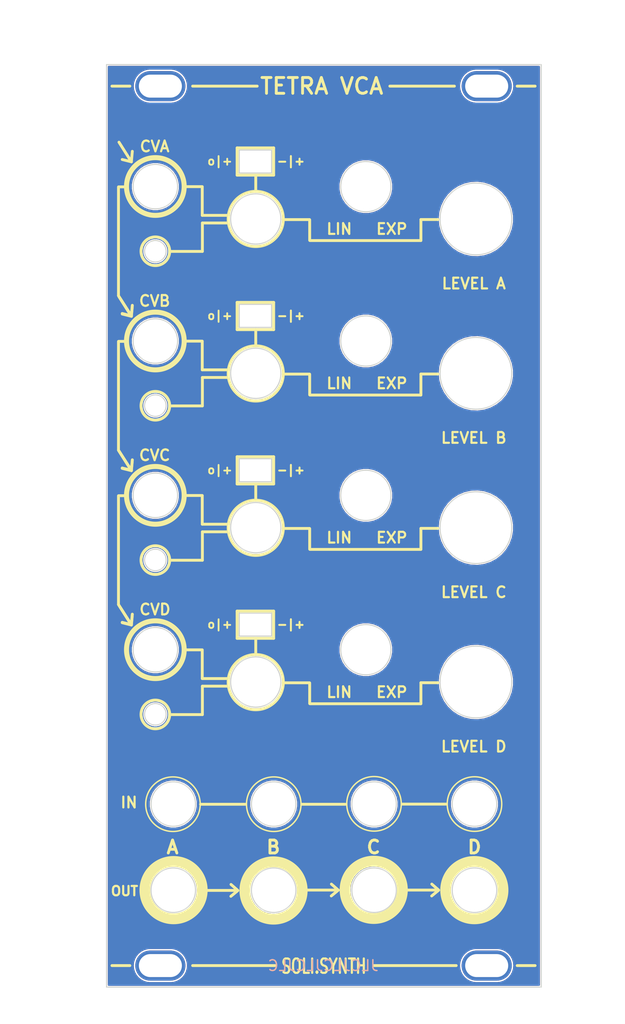
<source format=kicad_pcb>
(kicad_pcb (version 20211014) (generator pcbnew)
  (layers (0 "F.Cu" signal) (31 "B.Cu" signal) (34 "B.Paste" user) (35 "F.Paste" user) (36 "B.SilkS" user "B.Silkscreen") (37 "F.SilkS" user "F.Silkscreen") (38 "B.Mask" user) (39 "F.Mask" user) (44 "Edge.Cuts" user))
  (net 0 "")
  (footprint "MyLib:eurorack_screw_hole" (layer "F.Cu") (at 77.3 155.5)
    (fp_text reference "REF**" hide)
    (fp_text value "eurorack_screw_hole")
    (pad "1" thru_hole oval locked (at 0 0) (size 7 4.2) (drill oval 6 3.2) (layers *.Cu *.Mask))
  )
  (footprint "MyLib:eurorack_screw_hole" (layer "F.Cu") (at 122.8 155.5)
    (fp_text reference "REF**" hide)
    (fp_text value "eurorack_screw_hole")
    (pad "1" thru_hole oval locked (at 0 0) (size 7 4.2) (drill oval 6 3.2) (layers *.Cu *.Mask))
  )
  (footprint "MyLib:eurorack_screw_hole" (layer "F.Cu") (at 122.8 33)
    (fp_text reference "REF**" hide)
    (fp_text value "eurorack_screw_hole")
    (pad "1" thru_hole oval locked (at 0 0) (size 7 4.2) (drill oval 6 3.2) (layers *.Cu *.Mask))
  )
  (footprint "MyLib:eurorack_screw_hole" (layer "F.Cu") (at 77.3 33)
    (fp_text reference "REF**" hide)
    (fp_text value "eurorack_screw_hole")
    (pad "1" thru_hole oval locked (at 0 0) (size 7 4.2) (drill oval 6 3.2) (layers *.Cu *.Mask))
  )
  (gr_line (start 113.63 51.58) (end 113.63 54.51) (layer "F.SilkS") (width 0.4))
  (gr_line (start 113.63 51.58) (end 116 51.58) (layer "F.SilkS") (width 0.4))
  (gr_line (start 83.14 51) (end 86.82 51) (layer "F.SilkS") (width 0.4))
  (gr_line (start 83.16 52.06) (end 86.79 52.06) (layer "F.SilkS") (width 0.4))
  (gr_line (start 71.46 62.19) (end 73.26 64.99) (layer "F.SilkS") (width 0.4))
  (gr_line (start 73.26 64.99) (end 71.98 64.67) (layer "F.SilkS") (width 0.4))
  (gr_line (start 73.26 64.99) (end 73.39 63.53) (layer "F.SilkS") (width 0.4))
  (gr_line (start 71.47 47.03) (end 72.5 47.03) (layer "F.SilkS") (width 0.4))
  (gr_line (start 111 133.01) (end 117.2 133.01) (layer "F.SilkS") (width 0.4))
  (gr_circle (center 93.11 133.02) (end 96.91 133.02) (layer "F.SilkS") (width 0.2) (fill none))
  (gr_circle (center 107.09 132.97) (end 110.89 132.97) (layer "F.SilkS") (width 0.2) (fill none))
  (gr_circle (center 121.1 133) (end 124.9 133) (layer "F.SilkS") (width 0.2) (fill none))
  (gr_circle (center 79.14 144.99) (end 83.14 144.99) (layer "F.SilkS") (width 1.5) (fill none))
  (gr_circle (center 93.08 145.04) (end 97.08 145.04) (layer "F.SilkS") (width 1.5) (fill none))
  (gr_circle (center 107.05 144.95) (end 111.05 144.95) (layer "F.SilkS") (width 1.5) (fill none))
  (gr_circle (center 121.08 144.99) (end 125.08 144.99) (layer "F.SilkS") (width 1.5) (fill none))
  (gr_circle (center 90.6 51.5) (end 94.448376 51.5) (layer "F.SilkS") (width 0.4) (fill none))
  (gr_circle (center 76.6 56) (end 78.6 56) (layer "F.SilkS") (width 0.4) (fill none))
  (gr_circle (center 79.053752 133.02) (end 82.853752 133.02) (layer "F.SilkS") (width 0.2) (fill none))
  (gr_line (start 88 109.91995) (end 88 106.11995) (layer "F.SilkS") (width 0.4))
  (gr_line (start 93.1 109.91995) (end 88 109.91995) (layer "F.SilkS") (width 0.4))
  (gr_line (start 93.1 106.11995) (end 93.1 109.91995) (layer "F.SilkS") (width 0.4))
  (gr_line (start 88 106.11995) (end 93.1 106.11995) (layer "F.SilkS") (width 0.4))
  (gr_circle (center 76.6 120.51995) (end 78.6 120.51995) (layer "F.SilkS") (width 0.4) (fill none))
  (gr_circle (center 90.6 116.01995) (end 94.448376 116.01995) (layer "F.SilkS") (width 0.4) (fill none))
  (gr_line (start 71.47 90.04995) (end 72.5 90.04995) (layer "F.SilkS") (width 0.4))
  (gr_line (start 71.46 105.20995) (end 71.46 90.08995) (layer "F.SilkS") (width 0.4))
  (gr_line (start 73.26 108.05995) (end 73.39 106.59995) (layer "F.SilkS") (width 0.4))
  (gr_line (start 71.53 105.32995) (end 73.26 108.05995) (layer "F.SilkS") (width 0.4))
  (gr_line (start 83.16 120.53995) (end 83.16 116.57995) (layer "F.SilkS") (width 0.4))
  (gr_line (start 73.26 108.00995) (end 73.39 106.54995) (layer "F.SilkS") (width 0.4))
  (gr_line (start 71.46 105.20995) (end 73.26 108.00995) (layer "F.SilkS") (width 0.4))
  (gr_line (start 73.26 108.00995) (end 71.98 107.68995) (layer "F.SilkS") (width 0.4))
  (gr_line (start 90.6 109.91995) (end 90.6 112.18995) (layer "F.SilkS") (width 0.4))
  (gr_line (start 83.16 116.57995) (end 86.79 116.57995) (layer "F.SilkS") (width 0.4))
  (gr_line (start 83.14 115.51995) (end 86.82 115.51995) (layer "F.SilkS") (width 0.4))
  (gr_line (start 113.63 116.09995) (end 116 116.09995) (layer "F.SilkS") (width 0.4))
  (gr_line (start 113.63 116.09995) (end 113.63 119.02995) (layer "F.SilkS") (width 0.4))
  (gr_line (start 98.16 119.02995) (end 113.6 119.02995) (layer "F.SilkS") (width 0.4))
  (gr_line (start 98.12 116.13995) (end 98.12 118.99995) (layer "F.SilkS") (width 0.4))
  (gr_line (start 94.42 116.10995) (end 98.1 116.10995) (layer "F.SilkS") (width 0.4))
  (gr_line (start 73.26 108.05995) (end 71.98 107.73995) (layer "F.SilkS") (width 0.4))
  (gr_line (start 78.7 120.53995) (end 83.16 120.53995) (layer "F.SilkS") (width 0.4))
  (gr_line (start 83.14 111.55995) (end 83.14 115.51995) (layer "F.SilkS") (width 0.4))
  (gr_line (start 80.7 111.51995) (end 83.14 111.51995) (layer "F.SilkS") (width 0.4))
  (gr_circle (center 76.6 111.5) (end 80.61995 111.5) (layer "F.SilkS") (width 0.7) (fill none))
  (gr_line (start 109.3 33) (end 118.3 33) (layer "F.SilkS") (width 0.4))
  (gr_line (start 127.05 33) (end 129.55 33) (layer "F.SilkS") (width 0.4))
  (gr_line (start 70.55 33) (end 73.05 33) (layer "F.SilkS") (width 0.4))
  (gr_line (start 107.05 155.5) (end 118.55 155.5) (layer "F.SilkS") (width 0.4))
  (gr_line (start 81.8 155.5) (end 93.3 155.5) (layer "F.SilkS") (width 0.4))
  (gr_line (start 127.05 155.5) (end 129.55 155.5) (layer "F.SilkS") (width 0.4))
  (gr_line (start 70.55 155.5) (end 73.05 155.5) (layer "F.SilkS") (width 0.4))
  (gr_line (start 116.1 145) (end 115.13 145.8) (layer "F.SilkS") (width 0.4))
  (gr_line (start 116.1 144.98) (end 115.15 144.15) (layer "F.SilkS") (width 0.4))
  (gr_line (start 111 144.98) (end 115.8 144.98) (layer "F.SilkS") (width 0.4))
  (gr_line (start 98.12 51.62) (end 98.12 54.48) (layer "F.SilkS") (width 0.4))
  (gr_line (start 94.42 94.60995) (end 98.1 94.60995) (layer "F.SilkS") (width 0.4))
  (gr_line (start 93.1 63.11995) (end 93.1 66.91995) (layer "F.SilkS") (width 0.4))
  (gr_line (start 83.16 73.57995) (end 86.79 73.57995) (layer "F.SilkS") (width 0.4))
  (gr_line (start 73.26 86.50995) (end 73.39 85.04995) (layer "F.SilkS") (width 0.4))
  (gr_line (start 98.16 97.52995) (end 113.6 97.52995) (layer "F.SilkS") (width 0.4))
  (gr_line (start 93.1 45.4) (end 88 45.4) (layer "F.SilkS") (width 0.4))
  (gr_line (start 83.14 72.51995) (end 86.82 72.51995) (layer "F.SilkS") (width 0.4))
  (gr_line (start 98.16 54.51) (end 113.6 54.51) (layer "F.SilkS") (width 0.4))
  (gr_line (start 83.14 47.04) (end 83.14 51) (layer "F.SilkS") (width 0.4))
  (gr_line (start 98.12 94.63995) (end 98.12 97.49995) (layer "F.SilkS") (width 0.4))
  (gr_line (start 113.63 73.09995) (end 116 73.1) (layer "F.SilkS") (width 0.4))
  (gr_line (start 90.6 88.41995) (end 90.6 90.68995) (layer "F.SilkS") (width 0.4))
  (gr_line (start 71.46 62.19) (end 71.46 47.07) (layer "F.SilkS") (width 0.4))
  (gr_line (start 88 41.6) (end 93.1 41.6) (layer "F.SilkS") (width 0.4))
  (gr_line (start 71.53 83.82995) (end 73.26 86.55995) (layer "F.SilkS") (width 0.4))
  (gr_line (start 73.26 65.05995) (end 71.98 64.73995) (layer "F.SilkS") (width 0.4))
  (gr_line (start 98.12 73.13995) (end 98.12 75.99995) (layer "F.SilkS") (width 0.4))
  (gr_circle (center 76.6 90) (end 80.61995 90) (layer "F.SilkS") (width 0.7) (fill none))
  (gr_circle (center 76.6 99.01995) (end 78.6 99.01995) (layer "F.SilkS") (width 0.4) (fill none))
  (gr_circle (center 76.6 77.51995) (end 78.6 77.51995) (layer "F.SilkS") (width 0.4) (fill none))
  (gr_line (start 88 66.91995) (end 88 63.11995) (layer "F.SilkS") (width 0.4))
  (gr_circle (center 76.6 68.5) (end 80.61995 68.5) (layer "F.SilkS") (width 0.7) (fill none))
  (gr_line (start 83.16 95.07995) (end 86.79 95.07995) (layer "F.SilkS") (width 0.4))
  (gr_circle (center 76.6 46.98005) (end 80.61995 46.98005) (layer "F.SilkS") (width 0.7) (fill none))
  (gr_line (start 71.46 83.70995) (end 73.26 86.50995) (layer "F.SilkS") (width 0.4))
  (gr_line (start 88 45.4) (end 88 41.6) (layer "F.SilkS") (width 0.4))
  (gr_line (start 83.14 90.05995) (end 83.14 94.01995) (layer "F.SilkS") (width 0.4))
  (gr_line (start 97 144.98) (end 101.8 144.98) (layer "F.SilkS") (width 0.4))
  (gr_line (start 71.46 83.70995) (end 71.46 68.58995) (layer "F.SilkS") (width 0.4))
  (gr_line (start 94.42 73.10995) (end 98.1 73.10995) (layer "F.SilkS") (width 0.4))
  (gr_line (start 78.7 99.03995) (end 83.16 99.03995) (layer "F.SilkS") (width 0.4))
  (gr_line (start 73.26 43.54) (end 71.98 43.22) (layer "F.SilkS") (width 0.4))
  (gr_line (start 88.1 145.03) (end 87.15 144.2) (layer "F.SilkS") (width 0.4))
  (gr_line (start 71.47 68.54995) (end 72.5 68.54995) (layer "F.SilkS") (width 0.4))
  (gr_circle (center 90.6 94.51995) (end 94.448376 94.51995) (layer "F.SilkS") (width 0.4) (fill none))
  (gr_line (start 80.7 68.51995) (end 83.14 68.51995) (layer "F.SilkS") (width 0.4))
  (gr_line (start 93.1 66.91995) (end 88 66.91995) (layer "F.SilkS") (width 0.4))
  (gr_line (start 113.63 94.59995) (end 116 94.59995) (layer "F.SilkS") (width 0.4))
  (gr_circle (center 90.6 73.01995) (end 94.448376 73.01995) (layer "F.SilkS") (width 0.4) (fill none))
  (gr_line (start 88 88.41995) (end 88 84.61995) (layer "F.SilkS") (width 0.4))
  (gr_line (start 80.7 47) (end 83.14 47) (layer "F.SilkS") (width 0.4))
  (gr_line (start 113.63 73.09995) (end 113.63 76.02995) (layer "F.SilkS") (width 0.4))
  (gr_line (start 83.16 99.03995) (end 83.16 95.07995) (layer "F.SilkS") (width 0.4))
  (gr_line (start 71.53 62.32995) (end 73.26 65.05995) (layer "F.SilkS") (width 0.4))
  (gr_line (start 83.16 77.53995) (end 83.16 73.57995) (layer "F.SilkS") (width 0.4))
  (gr_line (start 73.26 86.55995) (end 71.98 86.23995) (layer "F.SilkS") (width 0.4))
  (gr_line (start 81.8 33) (end 90.8 33) (layer "F.SilkS") (width 0.4))
  (gr_line (start 102.1 145) (end 101.13 145.8) (layer "F.SilkS") (width 0.4))
  (gr_line (start 97 133.03) (end 103.1 133.03) (layer "F.SilkS") (width 0.4))
  (gr_line (start 78.7 56.02) (end 83.16 56.02) (layer "F.SilkS") (width 0.4))
  (gr_line (start 82.9 133.03) (end 89.2 133.03) (layer "F.SilkS") (width 0.4))
  (gr_line (start 73.26 43.54) (end 73.39 42.08) (layer "F.SilkS") (width 0.4))
  (gr_line (start 90.6 66.91995) (end 90.6 69.18995) (layer "F.SilkS") (width 0.4))
  (gr_line (start 93.1 84.61995) (end 93.1 88.41995) (layer "F.SilkS") (width 0.4))
  (gr_line (start 80.7 90.01995) (end 83.14 90.01995) (layer "F.SilkS") (width 0.4))
  (gr_line (start 83 145.03) (end 87.8 145.03) (layer "F.SilkS") (width 0.4))
  (gr_line (start 78.7 77.53995) (end 83.16 77.53995) (layer "F.SilkS") (width 0.4))
  (gr_line (start 102.1 144.98) (end 101.15 144.15) (layer "F.SilkS") (width 0.4))
  (gr_line (start 88.1 145.05) (end 87.13 145.85) (layer "F.SilkS") (width 0.4))
  (gr_line (start 73.26 86.50995) (end 71.98 86.18995) (layer "F.SilkS") (width 0.4))
  (gr_line (start 71.53 40.81) (end 73.26 43.54) (layer "F.SilkS") (width 0.4))
  (gr_line (start 88 84.61995) (end 93.1 84.61995) (layer "F.SilkS") (width 0.4))
  (gr_line (start 93.1 41.6) (end 93.1 45.4) (layer "F.SilkS") (width 0.4))
  (gr_line (start 73.26 65.05995) (end 73.39 63.59995) (layer "F.SilkS") (width 0.4))
  (gr_line (start 83.14 68.55995) (end 83.14 72.51995) (layer "F.SilkS") (width 0.4))
  (gr_line (start 83.14 94.01995) (end 86.82 94.01995) (layer "F.SilkS") (width 0.4))
  (gr_line (start 88 63.11995) (end 93.1 63.11995) (layer "F.SilkS") (width 0.4))
  (gr_line (start 93.1 88.41995) (end 88 88.41995) (layer "F.SilkS") (width 0.4))
  (gr_line (start 94.42 51.59) (end 98.1 51.59) (layer "F.SilkS") (width 0.4))
  (gr_line (start 90.6 45.4) (end 90.6 47.67) (layer "F.SilkS") (width 0.4))
  (gr_line (start 73.26 86.55995) (end 73.39 85.09995) (layer "F.SilkS") (width 0.4))
  (gr_line (start 113.63 94.59995) (end 113.63 97.52995) (layer "F.SilkS") (width 0.4))
  (gr_line (start 83.16 56.02) (end 83.16 52.06) (layer "F.SilkS") (width 0.4))
  (gr_line (start 98.16 76.02995) (end 113.6 76.02995) (layer "F.SilkS") (width 0.4))
  (gr_line (start 130.4 30) (end 130.4 158.5) (layer "Edge.Cuts") (width 0.15))
  (gr_line (start 69.8 158.5) (end 130.4 158.5) (layer "Edge.Cuts") (width 0.15))
  (gr_circle (center 76.6 90) (end 79.7 90) (layer "Edge.Cuts") (width 0.15) (fill none))
  (gr_circle (center 76.6 111.5) (end 79.7 111.5) (layer "Edge.Cuts") (width 0.15) (fill none))
  (gr_circle (center 90.6 51.5) (end 94.1 51.5) (layer "Edge.Cuts") (width 0.15) (fill none))
  (gr_circle (center 121.3 51.5) (end 126.3 51.5) (layer "Edge.Cuts") (width 0.15) (fill none))
  (gr_circle (center 105.95 47) (end 109.45 47) (layer "Edge.Cuts") (width 0.15) (fill none))
  (gr_circle (center 90.6 94.5) (end 94.1 94.5) (layer "Edge.Cuts") (width 0.15) (fill none))
  (gr_circle (center 121.3 94.5) (end 126.3 94.5) (layer "Edge.Cuts") (width 0.15) (fill none))
  (gr_circle (center 121.3 116) (end 126.3 116) (layer "Edge.Cuts") (width 0.15) (fill none))
  (gr_circle (center 105.95 90) (end 109.45 90) (layer "Edge.Cuts") (width 0.15) (fill none))
  (gr_circle (center 105.95 111.5) (end 109.45 111.5) (layer "Edge.Cuts") (width 0.15) (fill none))
  (gr_circle (center 79.1 145) (end 82.2 145) (layer "Edge.Cuts") (width 0.15) (fill none))
  (gr_circle (center 93.1 145) (end 96.2 145) (layer "Edge.Cuts") (width 0.15) (fill none))
  (gr_circle (center 107.1 145) (end 110.2 145) (layer "Edge.Cuts") (width 0.15) (fill none))
  (gr_circle (center 121.1 145) (end 124.2 145) (layer "Edge.Cuts") (width 0.15) (fill none))
  (gr_circle (center 76.6 120.5) (end 78.105 120.5) (layer "Edge.Cuts") (width 0.15) (fill none))
  (gr_line (start 88.3 45.1) (end 88.3 41.9) (layer "Edge.Cuts") (width 0.15))
  (gr_line (start 92.8 106.4) (end 92.8 109.6) (layer "Edge.Cuts") (width 0.15))
  (gr_line (start 88.3 106.4) (end 92.8 106.4) (layer "Edge.Cuts") (width 0.15))
  (gr_line (start 88.3 109.6) (end 88.3 106.4) (layer "Edge.Cuts") (width 0.15))
  (gr_line (start 92.8 109.6) (end 88.3 109.6) (layer "Edge.Cuts") (width 0.15))
  (gr_circle (center 79.1 133) (end 82.2 133) (layer "Edge.Cuts") (width 0.15) (fill none))
  (gr_circle (center 93.1 133) (end 96.2 133) (layer "Edge.Cuts") (width 0.15) (fill none))
  (gr_circle (center 107.1 133) (end 110.2 133) (layer "Edge.Cuts") (width 0.15) (fill none))
  (gr_circle (center 121.1 133) (end 124.2 133) (layer "Edge.Cuts") (width 0.15) (fill none))
  (gr_circle (center 76.6 68.5) (end 79.7 68.5) (layer "Edge.Cuts") (width 0.15) (fill none))
  (gr_circle (center 90.6 73) (end 94.1 73) (layer "Edge.Cuts") (width 0.15) (fill none))
  (gr_circle (center 121.3 73) (end 126.3 73) (layer "Edge.Cuts") (width 0.15) (fill none))
  (gr_circle (center 105.95 68.5) (end 109.45 68.5) (layer "Edge.Cuts") (width 0.15) (fill none))
  (gr_circle (center 76.6 77.5) (end 78.105 77.5) (layer "Edge.Cuts") (width 0.15) (fill none))
  (gr_line (start 92.8 63.4) (end 92.8 66.6) (layer "Edge.Cuts") (width 0.15))
  (gr_line (start 88.3 63.4) (end 92.8 63.4) (layer "Edge.Cuts") (width 0.15))
  (gr_line (start 88.3 66.6) (end 88.3 63.4) (layer "Edge.Cuts") (width 0.15))
  (gr_line (start 92.8 66.6) (end 88.3 66.6) (layer "Edge.Cuts") (width 0.15))
  (gr_circle (center 90.6 116) (end 94.1 116) (layer "Edge.Cuts") (width 0.15) (fill none))
  (gr_line (start 88.3 41.9) (end 92.8 41.9) (layer "Edge.Cuts") (width 0.15))
  (gr_line (start 88.3 88.1) (end 88.3 84.9) (layer "Edge.Cuts") (width 0.15))
  (gr_line (start 92.8 84.9) (end 92.8 88.1) (layer "Edge.Cuts") (width 0.15))
  (gr_line (start 69.8 30) (end 69.8 158.5) (layer "Edge.Cuts") (width 0.15))
  (gr_line (start 92.8 41.9) (end 92.8 45.1) (layer "Edge.Cuts") (width 0.15))
  (gr_line (start 92.8 88.1) (end 88.3 88.1) (layer "Edge.Cuts") (width 0.15))
  (gr_line (start 69.8 30) (end 130.4 30) (layer "Edge.Cuts") (width 0.15))
  (gr_line (start 92.8 45.1) (end 88.3 45.1) (layer "Edge.Cuts") (width 0.15))
  (gr_circle (center 76.6 47) (end 79.7 47) (layer "Edge.Cuts") (width 0.15) (fill none))
  (gr_circle (center 76.6 99) (end 78.105 99) (layer "Edge.Cuts") (width 0.15) (fill none))
  (gr_line (start 88.3 84.9) (end 92.8 84.9) (layer "Edge.Cuts") (width 0.15))
  (gr_circle (center 76.6 56) (end 78.105 56) (layer "Edge.Cuts") (width 0.15) (fill none))
  (gr_text "JLCJLCJLCJLC" (at 100 155.5) (layer "B.SilkS") (effects (font (size 1.5 1.5) (thickness 0.2)) (justify mirror)))
  (gr_text "B" (at 93.05 139) (layer "F.SilkS") (effects (font (size 1.8 1.8) (thickness 0.4))))
  (gr_text "D" (at 121.1 139) (layer "F.SilkS") (effects (font (size 1.8 1.8) (thickness 0.4))))
  (gr_text "C" (at 107.02 139) (layer "F.SilkS") (effects (font (size 1.8 1.8) (thickness 0.4))))
  (gr_text "A" (at 79 139) (layer "F.SilkS") (effects (font (size 1.8 1.8) (thickness 0.4))))
  (gr_text "LEVEL C" (at 121 103.5) (layer "F.SilkS") (effects (font (size 1.5 1.5) (thickness 0.3))))
  (gr_text "-|+" (at 95.5 43.45) (layer "F.SilkS") (effects (font (size 1.1 1.1) (thickness 0.275))))
  (gr_text "CVB" (at 76.5 62.91995) (layer "F.SilkS") (effects (font (size 1.5 1.5) (thickness 0.3))))
  (gr_text "CVD" (at 76.55 105.9) (layer "F.SilkS") (effects (font (size 1.5 1.5) (thickness 0.3))))
  (gr_text "-|+" (at 95.5 107.96995) (layer "F.SilkS") (effects (font (size 1.1 1.1) (thickness 0.275))))
  (gr_text "LIN   EXP\n" (at 106.1 117.41995) (layer "F.SilkS") (effects (font (size 1.5 1.5) (thickness 0.3))))
  (gr_text "o|+" (at 85.6 107.96995) (layer "F.SilkS") (effects (font (size 1.1 1.1) (thickness 0.25))))
  (gr_text "LEVEL A" (at 121 60.5) (layer "F.SilkS") (effects (font (size 1.5 1.5) (thickness 0.3))))
  (gr_text "LIN   EXP\n" (at 106.1 52.9) (layer "F.SilkS") (effects (font (size 1.5 1.5) (thickness 0.3))))
  (gr_text "LEVEL D" (at 121 125) (layer "F.SilkS") (effects (font (size 1.5 1.5) (thickness 0.3))))
  (gr_text "SOLI.SYNTH" (at 100.1 155.6) (layer "F.SilkS") (effects (font (size 2 1.4) (thickness 0.3))))
  (gr_text "-|+" (at 95.5 86.46995) (layer "F.SilkS") (effects (font (size 1.1 1.1) (thickness 0.275))))
  (gr_text "CVA" (at 76.5 41.4) (layer "F.SilkS") (effects (font (size 1.5 1.5) (thickness 0.3))))
  (gr_text "TETRA VCA" (at 99.8 33) (layer "F.SilkS") (effects (font (size 2.2 2.2) (thickness 0.4))))
  (gr_text "OUT" (at 72.3 145.12) (layer "F.SilkS") (effects (font (size 1.3 1.3) (thickness 0.3))))
  (gr_text "CVC" (at 76.5 84.41995) (layer "F.SilkS") (effects (font (size 1.5 1.5) (thickness 0.3))))
  (gr_text "IN\n" (at 72.92 132.79) (layer "F.SilkS") (effects (font (size 1.5 1.5) (thickness 0.3))))
  (gr_text "LEVEL B" (at 121 82) (layer "F.SilkS") (effects (font (size 1.5 1.5) (thickness 0.3))))
  (gr_text "LIN   EXP\n" (at 106.1 74.4) (layer "F.SilkS") (effects (font (size 1.5 1.5) (thickness 0.3))))
  (gr_text "o|+" (at 85.6 43.45) (layer "F.SilkS") (effects (font (size 1.1 1.1) (thickness 0.25))))
  (gr_text "-|+" (at 95.5 64.96995) (layer "F.SilkS") (effects (font (size 1.1 1.1) (thickness 0.275))))
  (gr_text "o|+" (at 85.6 86.46995) (layer "F.SilkS") (effects (font (size 1.1 1.1) (thickness 0.25))))
  (gr_text "o|+" (at 85.6 64.96995) (layer "F.SilkS") (effects (font (size 1.1 1.1) (thickness 0.25))))
  (gr_text "LIN   EXP" (at 106.1 95.9) (layer "F.SilkS") (effects (font (size 1.5 1.5) (thickness 0.3))))
  (zone (net 0) (net_name "") (layer "F.Cu") (connect_pads (clearance 0.1)) (min_thickness 0.254) (fill yes (thermal_gap 0.508) (thermal_bridge_width 0.508))
    (polygon (pts (xy 69.8 30) (xy 130.4 30) (xy 130.4 158.5) (xy 69.8 158.5)))
  )
  (zone (net 0) (net_name "") (layer "B.Cu") (connect_pads (clearance 0.1)) (min_thickness 0.254) (fill yes (thermal_gap 0.508) (thermal_bridge_width 0.508))
    (polygon (pts (xy 69.8 30) (xy 130.4 30) (xy 130.4 158.5) (xy 69.8 158.5)))
  )
)
</source>
